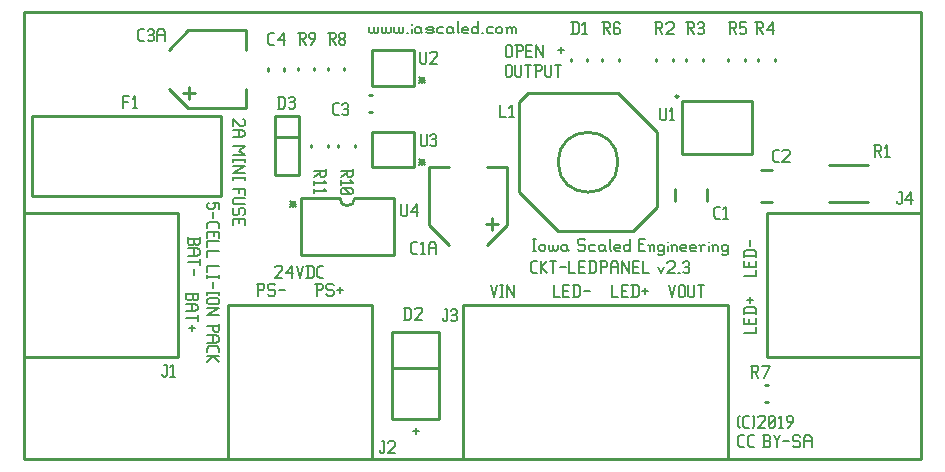
<source format=gbr>
G04 start of page 8 for group -4079 idx -4079 *
G04 Title: (unknown), topsilk *
G04 Creator: pcb 4.0.2 *
G04 CreationDate: Thu May 30 20:40:21 2019 UTC *
G04 For: ndholmes *
G04 Format: Gerber/RS-274X *
G04 PCB-Dimensions (mil): 3000.00 1500.00 *
G04 PCB-Coordinate-Origin: lower left *
%MOIN*%
%FSLAX25Y25*%
%LNTOPSILK*%
%ADD46C,0.0080*%
%ADD45C,0.0100*%
G54D45*X500Y149500D02*Y500D01*
X299500Y149500D02*Y500D01*
X500Y149500D02*X299500D01*
Y500D02*X500D01*
G54D46*X54500Y56000D02*Y54000D01*
X55000Y53500D01*
X56200D01*
X56700Y54000D02*X56200Y53500D01*
X56700Y55500D02*Y54000D01*
X54500Y55500D02*X58500D01*
Y56000D02*Y54000D01*
X58000Y53500D01*
X57200D02*X58000D01*
X56700Y54000D02*X57200Y53500D01*
X54500Y52300D02*X57500D01*
X58500Y51600D01*
Y50500D01*
X57500Y49800D01*
X54500D02*X57500D01*
X56500Y52300D02*Y49800D01*
X58500Y48600D02*Y46600D01*
X54500Y47600D02*X58500D01*
X56500Y45400D02*Y43400D01*
X55500Y44400D02*X57500D01*
X55000Y74500D02*Y72500D01*
X55500Y72000D01*
X56700D01*
X57200Y72500D02*X56700Y72000D01*
X57200Y74000D02*Y72500D01*
X55000Y74000D02*X59000D01*
Y74500D02*Y72500D01*
X58500Y72000D01*
X57700D02*X58500D01*
X57200Y72500D02*X57700Y72000D01*
X55000Y70800D02*X58000D01*
X59000Y70100D01*
Y69000D01*
X58000Y68300D01*
X55000D02*X58000D01*
X57000Y70800D02*Y68300D01*
X59000Y67100D02*Y65100D01*
X55000Y66100D02*X59000D01*
X57000Y63900D02*Y61900D01*
X73500Y114000D02*X74000Y113500D01*
Y112000D01*
X73500Y111500D01*
X72500D02*X73500D01*
X70000Y114000D02*X72500Y111500D01*
X70000Y114000D02*Y111500D01*
Y110300D02*X73000D01*
X74000Y109600D01*
Y108500D01*
X73000Y107800D01*
X70000D02*X73000D01*
X72000Y110300D02*Y107800D01*
X70000Y104800D02*X74000D01*
X72000Y103300D01*
X74000Y101800D01*
X70000D02*X74000D01*
Y100600D02*Y99600D01*
X70000Y100100D02*X74000D01*
X70000Y100600D02*Y99600D01*
Y98400D02*X74000D01*
X70000Y95900D01*
X74000D01*
Y94700D02*Y93700D01*
X70000Y94200D02*X74000D01*
X70000Y94700D02*Y93700D01*
Y90700D02*X74000D01*
Y88700D01*
X72200Y90700D02*Y89200D01*
X70500Y87500D02*X74000D01*
X70500D02*X70000Y87000D01*
Y86000D01*
X70500Y85500D01*
X74000D01*
Y82300D02*X73500Y81800D01*
X74000Y83800D02*Y82300D01*
X73500Y84300D02*X74000Y83800D01*
X72500Y84300D02*X73500D01*
X72500D02*X72000Y83800D01*
Y82300D01*
X71500Y81800D01*
X70500D02*X71500D01*
X70000Y82300D02*X70500Y81800D01*
X70000Y83800D02*Y82300D01*
X70500Y84300D02*X70000Y83800D01*
X72200Y80600D02*Y79100D01*
X70000Y80600D02*Y78600D01*
Y80600D02*X74000D01*
Y78600D01*
X65500Y86000D02*Y84000D01*
X63500Y86000D02*X65500D01*
X63500D02*X64000Y85500D01*
Y84500D01*
X63500Y84000D01*
X62000D02*X63500D01*
X61500Y84500D02*X62000Y84000D01*
X61500Y85500D02*Y84500D01*
X62000Y86000D02*X61500Y85500D01*
X63500Y82800D02*Y80800D01*
X61500Y78900D02*Y77600D01*
X62200Y79600D02*X61500Y78900D01*
X62200Y79600D02*X64800D01*
X65500Y78900D01*
Y77600D01*
X63700Y76400D02*Y74900D01*
X61500Y76400D02*Y74400D01*
Y76400D02*X65500D01*
Y74400D01*
X61500Y73200D02*X65500D01*
X61500D02*Y71200D01*
Y70000D02*X65500D01*
X61500D02*Y68000D01*
Y65000D02*X65500D01*
X61500D02*Y63000D01*
X65500Y61800D02*Y60800D01*
X61500Y61300D02*X65500D01*
X61500Y61800D02*Y60800D01*
X63500Y59600D02*Y57600D01*
X65500Y56400D02*Y55400D01*
X61500Y55900D02*X65500D01*
X61500Y56400D02*Y55400D01*
X62000Y54200D02*X65000D01*
X65500Y53700D01*
Y52700D01*
X65000Y52200D01*
X62000D02*X65000D01*
X61500Y52700D02*X62000Y52200D01*
X61500Y53700D02*Y52700D01*
X62000Y54200D02*X61500Y53700D01*
Y51000D02*X65500D01*
X61500Y48500D01*
X65500D01*
X61500Y45000D02*X65500D01*
Y45500D02*Y43500D01*
X65000Y43000D01*
X64000D02*X65000D01*
X63500Y43500D02*X64000Y43000D01*
X63500Y45000D02*Y43500D01*
X61500Y41800D02*X64500D01*
X65500Y41100D01*
Y40000D01*
X64500Y39300D01*
X61500D02*X64500D01*
X63500Y41800D02*Y39300D01*
X61500Y37400D02*Y36100D01*
X62200Y38100D02*X61500Y37400D01*
X62200Y38100D02*X64800D01*
X65500Y37400D01*
Y36100D01*
X61500Y34900D02*X65500D01*
X63500D02*X65500Y32900D01*
X63500Y34900D02*X61500Y32900D01*
X98000Y59000D02*Y55000D01*
X97500Y59000D02*X99500D01*
X100000Y58500D01*
Y57500D01*
X99500Y57000D02*X100000Y57500D01*
X98000Y57000D02*X99500D01*
X103200Y59000D02*X103700Y58500D01*
X101700Y59000D02*X103200D01*
X101200Y58500D02*X101700Y59000D01*
X101200Y58500D02*Y57500D01*
X101700Y57000D01*
X103200D01*
X103700Y56500D01*
Y55500D01*
X103200Y55000D02*X103700Y55500D01*
X101700Y55000D02*X103200D01*
X101200Y55500D02*X101700Y55000D01*
X104900Y57000D02*X106900D01*
X105900Y58000D02*Y56000D01*
X84000Y64500D02*X84500Y65000D01*
X86000D01*
X86500Y64500D01*
Y63500D01*
X84000Y61000D02*X86500Y63500D01*
X84000Y61000D02*X86500D01*
X87700Y62500D02*X89700Y65000D01*
X87700Y62500D02*X90200D01*
X89700Y65000D02*Y61000D01*
X91400Y65000D02*X92400Y61000D01*
X93400Y65000D01*
X95100D02*Y61000D01*
X96400Y65000D02*X97100Y64300D01*
Y61700D01*
X96400Y61000D02*X97100Y61700D01*
X94600Y61000D02*X96400D01*
X94600Y65000D02*X96400D01*
X99000Y61000D02*X100300D01*
X98300Y61700D02*X99000Y61000D01*
X98300Y64300D02*Y61700D01*
Y64300D02*X99000Y65000D01*
X100300D01*
X78500Y59000D02*Y55000D01*
X78000Y59000D02*X80000D01*
X80500Y58500D01*
Y57500D01*
X80000Y57000D02*X80500Y57500D01*
X78500Y57000D02*X80000D01*
X83700Y59000D02*X84200Y58500D01*
X82200Y59000D02*X83700D01*
X81700Y58500D02*X82200Y59000D01*
X81700Y58500D02*Y57500D01*
X82200Y57000D01*
X83700D01*
X84200Y56500D01*
Y55500D01*
X83700Y55000D02*X84200Y55500D01*
X82200Y55000D02*X83700D01*
X81700Y55500D02*X82200Y55000D01*
X85400Y57000D02*X87400D01*
X89000Y86500D02*X91000Y84500D01*
X89000D02*X91000Y86500D01*
X89000Y85500D02*X91000D01*
X90000Y86500D02*Y84500D01*
X178500Y137000D02*X180500D01*
X179500Y138000D02*Y136000D01*
X132250Y100500D02*X134250Y98500D01*
X132250D02*X134250Y100500D01*
X132250Y99500D02*X134250D01*
X133250Y100500D02*Y98500D01*
X132250Y128000D02*X134250Y126000D01*
X132250D02*X134250Y128000D01*
X132250Y127000D02*X134250D01*
X133250Y128000D02*Y126000D01*
X161000Y138000D02*Y135000D01*
Y138000D02*X161500Y138500D01*
X162500D01*
X163000Y138000D01*
Y135000D01*
X162500Y134500D02*X163000Y135000D01*
X161500Y134500D02*X162500D01*
X161000Y135000D02*X161500Y134500D01*
X164700Y138500D02*Y134500D01*
X164200Y138500D02*X166200D01*
X166700Y138000D01*
Y137000D01*
X166200Y136500D02*X166700Y137000D01*
X164700Y136500D02*X166200D01*
X167900Y136700D02*X169400D01*
X167900Y134500D02*X169900D01*
X167900Y138500D02*Y134500D01*
Y138500D02*X169900D01*
X171100D02*Y134500D01*
Y138500D02*X173600Y134500D01*
Y138500D02*Y134500D01*
X161000Y131500D02*Y128500D01*
Y131500D02*X161500Y132000D01*
X162500D01*
X163000Y131500D01*
Y128500D01*
X162500Y128000D02*X163000Y128500D01*
X161500Y128000D02*X162500D01*
X161000Y128500D02*X161500Y128000D01*
X164200Y132000D02*Y128500D01*
X164700Y128000D01*
X165700D01*
X166200Y128500D01*
Y132000D02*Y128500D01*
X167400Y132000D02*X169400D01*
X168400D02*Y128000D01*
X171100Y132000D02*Y128000D01*
X170600Y132000D02*X172600D01*
X173100Y131500D01*
Y130500D01*
X172600Y130000D02*X173100Y130500D01*
X171100Y130000D02*X172600D01*
X174300Y132000D02*Y128500D01*
X174800Y128000D01*
X175800D01*
X176300Y128500D01*
Y132000D02*Y128500D01*
X177500Y132000D02*X179500D01*
X178500D02*Y128000D01*
X115500Y144500D02*Y143000D01*
X116000Y142500D01*
X116500D01*
X117000Y143000D01*
Y144500D02*Y143000D01*
X117500Y142500D01*
X118000D01*
X118500Y143000D01*
Y144500D02*Y143000D01*
X119700Y144500D02*Y143000D01*
X120200Y142500D01*
X120700D01*
X121200Y143000D01*
Y144500D02*Y143000D01*
X121700Y142500D01*
X122200D01*
X122700Y143000D01*
Y144500D02*Y143000D01*
X123900Y144500D02*Y143000D01*
X124400Y142500D01*
X124900D01*
X125400Y143000D01*
Y144500D02*Y143000D01*
X125900Y142500D01*
X126400D01*
X126900Y143000D01*
Y144500D02*Y143000D01*
X128100Y142500D02*X128600D01*
X129800Y145500D02*Y145400D01*
Y144000D02*Y142500D01*
X132300Y144500D02*X132800Y144000D01*
X131300Y144500D02*X132300D01*
X130800Y144000D02*X131300Y144500D01*
X130800Y144000D02*Y143000D01*
X131300Y142500D01*
X132800Y144500D02*Y143000D01*
X133300Y142500D01*
X131300D02*X132300D01*
X132800Y143000D01*
X135000Y142500D02*X136500D01*
X137000Y143000D01*
X136500Y143500D02*X137000Y143000D01*
X135000Y143500D02*X136500D01*
X134500Y144000D02*X135000Y143500D01*
X134500Y144000D02*X135000Y144500D01*
X136500D01*
X137000Y144000D01*
X134500Y143000D02*X135000Y142500D01*
X138700Y144500D02*X140200D01*
X138200Y144000D02*X138700Y144500D01*
X138200Y144000D02*Y143000D01*
X138700Y142500D01*
X140200D01*
X142900Y144500D02*X143400Y144000D01*
X141900Y144500D02*X142900D01*
X141400Y144000D02*X141900Y144500D01*
X141400Y144000D02*Y143000D01*
X141900Y142500D01*
X143400Y144500D02*Y143000D01*
X143900Y142500D01*
X141900D02*X142900D01*
X143400Y143000D01*
X145100Y146500D02*Y143000D01*
X145600Y142500D01*
X147100D02*X148600D01*
X146600Y143000D02*X147100Y142500D01*
X146600Y144000D02*Y143000D01*
Y144000D02*X147100Y144500D01*
X148100D01*
X148600Y144000D01*
X146600Y143500D02*X148600D01*
Y144000D02*Y143500D01*
X151800Y146500D02*Y142500D01*
X151300D02*X151800Y143000D01*
X150300Y142500D02*X151300D01*
X149800Y143000D02*X150300Y142500D01*
X149800Y144000D02*Y143000D01*
Y144000D02*X150300Y144500D01*
X151300D01*
X151800Y144000D01*
X153000Y142500D02*X153500D01*
X155200Y144500D02*X156700D01*
X154700Y144000D02*X155200Y144500D01*
X154700Y144000D02*Y143000D01*
X155200Y142500D01*
X156700D01*
X157900Y144000D02*Y143000D01*
Y144000D02*X158400Y144500D01*
X159400D01*
X159900Y144000D01*
Y143000D01*
X159400Y142500D02*X159900Y143000D01*
X158400Y142500D02*X159400D01*
X157900Y143000D02*X158400Y142500D01*
X161600Y144000D02*Y142500D01*
Y144000D02*X162100Y144500D01*
X162600D01*
X163100Y144000D01*
Y142500D01*
Y144000D02*X163600Y144500D01*
X164100D01*
X164600Y144000D01*
Y142500D01*
X161100Y144500D02*X161600Y144000D01*
X156000Y58500D02*X157000Y54500D01*
X158000Y58500D01*
X159200D02*X160200D01*
X159700D02*Y54500D01*
X159200D02*X160200D01*
X161400Y58500D02*Y54500D01*
Y58500D02*X163900Y54500D01*
Y58500D02*Y54500D01*
X177000Y58500D02*Y54500D01*
X179000D01*
X180200Y56700D02*X181700D01*
X180200Y54500D02*X182200D01*
X180200Y58500D02*Y54500D01*
Y58500D02*X182200D01*
X183900D02*Y54500D01*
X185200Y58500D02*X185900Y57800D01*
Y55200D01*
X185200Y54500D02*X185900Y55200D01*
X183400Y54500D02*X185200D01*
X183400Y58500D02*X185200D01*
X187100Y56500D02*X189100D01*
X130000Y10000D02*X132000D01*
X131000Y11000D02*Y9000D01*
X240500Y42500D02*X244500D01*
Y44500D02*Y42500D01*
X242300Y47200D02*Y45700D01*
X244500Y47700D02*Y45700D01*
X240500D02*X244500D01*
X240500Y47700D02*Y45700D01*
Y49400D02*X244500D01*
X240500Y50700D02*X241200Y51400D01*
X243800D01*
X244500Y50700D02*X243800Y51400D01*
X244500Y50700D02*Y48900D01*
X240500Y50700D02*Y48900D01*
X242500Y54600D02*Y52600D01*
X241500Y53600D02*X243500D01*
X215500Y58500D02*X216500Y54500D01*
X217500Y58500D01*
X218700Y58000D02*Y55000D01*
Y58000D02*X219200Y58500D01*
X220200D01*
X220700Y58000D01*
Y55000D01*
X220200Y54500D02*X220700Y55000D01*
X219200Y54500D02*X220200D01*
X218700Y55000D02*X219200Y54500D01*
X221900Y58500D02*Y55000D01*
X222400Y54500D01*
X223400D01*
X223900Y55000D01*
Y58500D02*Y55000D01*
X225100Y58500D02*X227100D01*
X226100D02*Y54500D01*
X196500Y58500D02*Y54500D01*
X198500D01*
X199700Y56700D02*X201200D01*
X199700Y54500D02*X201700D01*
X199700Y58500D02*Y54500D01*
Y58500D02*X201700D01*
X203400D02*Y54500D01*
X204700Y58500D02*X205400Y57800D01*
Y55200D01*
X204700Y54500D02*X205400Y55200D01*
X202900Y54500D02*X204700D01*
X202900Y58500D02*X204700D01*
X206600Y56500D02*X208600D01*
X207600Y57500D02*Y55500D01*
X170000Y74000D02*X171000D01*
X170500D02*Y70000D01*
X170000D02*X171000D01*
X172200Y71500D02*Y70500D01*
Y71500D02*X172700Y72000D01*
X173700D01*
X174200Y71500D01*
Y70500D01*
X173700Y70000D02*X174200Y70500D01*
X172700Y70000D02*X173700D01*
X172200Y70500D02*X172700Y70000D01*
X175400Y72000D02*Y70500D01*
X175900Y70000D01*
X176400D01*
X176900Y70500D01*
Y72000D02*Y70500D01*
X177400Y70000D01*
X177900D01*
X178400Y70500D01*
Y72000D02*Y70500D01*
X181100Y72000D02*X181600Y71500D01*
X180100Y72000D02*X181100D01*
X179600Y71500D02*X180100Y72000D01*
X179600Y71500D02*Y70500D01*
X180100Y70000D01*
X181600Y72000D02*Y70500D01*
X182100Y70000D01*
X180100D02*X181100D01*
X181600Y70500D01*
X187100Y74000D02*X187600Y73500D01*
X185600Y74000D02*X187100D01*
X185100Y73500D02*X185600Y74000D01*
X185100Y73500D02*Y72500D01*
X185600Y72000D01*
X187100D01*
X187600Y71500D01*
Y70500D01*
X187100Y70000D02*X187600Y70500D01*
X185600Y70000D02*X187100D01*
X185100Y70500D02*X185600Y70000D01*
X189300Y72000D02*X190800D01*
X188800Y71500D02*X189300Y72000D01*
X188800Y71500D02*Y70500D01*
X189300Y70000D01*
X190800D01*
X193500Y72000D02*X194000Y71500D01*
X192500Y72000D02*X193500D01*
X192000Y71500D02*X192500Y72000D01*
X192000Y71500D02*Y70500D01*
X192500Y70000D01*
X194000Y72000D02*Y70500D01*
X194500Y70000D01*
X192500D02*X193500D01*
X194000Y70500D01*
X195700Y74000D02*Y70500D01*
X196200Y70000D01*
X197700D02*X199200D01*
X197200Y70500D02*X197700Y70000D01*
X197200Y71500D02*Y70500D01*
Y71500D02*X197700Y72000D01*
X198700D01*
X199200Y71500D01*
X197200Y71000D02*X199200D01*
Y71500D02*Y71000D01*
X202400Y74000D02*Y70000D01*
X201900D02*X202400Y70500D01*
X200900Y70000D02*X201900D01*
X200400Y70500D02*X200900Y70000D01*
X200400Y71500D02*Y70500D01*
Y71500D02*X200900Y72000D01*
X201900D01*
X202400Y71500D01*
X205400Y72200D02*X206900D01*
X205400Y70000D02*X207400D01*
X205400Y74000D02*Y70000D01*
Y74000D02*X207400D01*
X209100Y71500D02*Y70000D01*
Y71500D02*X209600Y72000D01*
X210100D01*
X210600Y71500D01*
Y70000D01*
X208600Y72000D02*X209100Y71500D01*
X213300Y72000D02*X213800Y71500D01*
X212300Y72000D02*X213300D01*
X211800Y71500D02*X212300Y72000D01*
X211800Y71500D02*Y70500D01*
X212300Y70000D01*
X213300D01*
X213800Y70500D01*
X211800Y69000D02*X212300Y68500D01*
X213300D01*
X213800Y69000D01*
Y72000D02*Y69000D01*
X215000Y73000D02*Y72900D01*
Y71500D02*Y70000D01*
X216500Y71500D02*Y70000D01*
Y71500D02*X217000Y72000D01*
X217500D01*
X218000Y71500D01*
Y70000D01*
X216000Y72000D02*X216500Y71500D01*
X219700Y70000D02*X221200D01*
X219200Y70500D02*X219700Y70000D01*
X219200Y71500D02*Y70500D01*
Y71500D02*X219700Y72000D01*
X220700D01*
X221200Y71500D01*
X219200Y71000D02*X221200D01*
Y71500D02*Y71000D01*
X222900Y70000D02*X224400D01*
X222400Y70500D02*X222900Y70000D01*
X222400Y71500D02*Y70500D01*
Y71500D02*X222900Y72000D01*
X223900D01*
X224400Y71500D01*
X222400Y71000D02*X224400D01*
Y71500D02*Y71000D01*
X226100Y71500D02*Y70000D01*
Y71500D02*X226600Y72000D01*
X227600D01*
X225600D02*X226100Y71500D01*
X228800Y73000D02*Y72900D01*
Y71500D02*Y70000D01*
X230300Y71500D02*Y70000D01*
Y71500D02*X230800Y72000D01*
X231300D01*
X231800Y71500D01*
Y70000D01*
X229800Y72000D02*X230300Y71500D01*
X234500Y72000D02*X235000Y71500D01*
X233500Y72000D02*X234500D01*
X233000Y71500D02*X233500Y72000D01*
X233000Y71500D02*Y70500D01*
X233500Y70000D01*
X234500D01*
X235000Y70500D01*
X233000Y69000D02*X233500Y68500D01*
X234500D01*
X235000Y69000D01*
Y72000D02*Y69000D01*
X170200Y62500D02*X171500D01*
X169500Y63200D02*X170200Y62500D01*
X169500Y65800D02*Y63200D01*
Y65800D02*X170200Y66500D01*
X171500D01*
X172700D02*Y62500D01*
Y64500D02*X174700Y66500D01*
X172700Y64500D02*X174700Y62500D01*
X175900Y66500D02*X177900D01*
X176900D02*Y62500D01*
X179100Y64500D02*X181100D01*
X182300Y66500D02*Y62500D01*
X184300D01*
X185500Y64700D02*X187000D01*
X185500Y62500D02*X187500D01*
X185500Y66500D02*Y62500D01*
Y66500D02*X187500D01*
X189200D02*Y62500D01*
X190500Y66500D02*X191200Y65800D01*
Y63200D01*
X190500Y62500D02*X191200Y63200D01*
X188700Y62500D02*X190500D01*
X188700Y66500D02*X190500D01*
X192900D02*Y62500D01*
X192400Y66500D02*X194400D01*
X194900Y66000D01*
Y65000D01*
X194400Y64500D02*X194900Y65000D01*
X192900Y64500D02*X194400D01*
X196100Y65500D02*Y62500D01*
Y65500D02*X196800Y66500D01*
X197900D01*
X198600Y65500D01*
Y62500D01*
X196100Y64500D02*X198600D01*
X199800Y66500D02*Y62500D01*
Y66500D02*X202300Y62500D01*
Y66500D02*Y62500D01*
X203500Y64700D02*X205000D01*
X203500Y62500D02*X205500D01*
X203500Y66500D02*Y62500D01*
Y66500D02*X205500D01*
X206700D02*Y62500D01*
X208700D01*
X211700Y64500D02*X212700Y62500D01*
X213700Y64500D02*X212700Y62500D01*
X214900Y66000D02*X215400Y66500D01*
X216900D01*
X217400Y66000D01*
Y65000D01*
X214900Y62500D02*X217400Y65000D01*
X214900Y62500D02*X217400D01*
X218600D02*X219100D01*
X220300Y66000D02*X220800Y66500D01*
X221800D01*
X222300Y66000D01*
X221800Y62500D02*X222300Y63000D01*
X220800Y62500D02*X221800D01*
X220300Y63000D02*X220800Y62500D01*
Y64700D02*X221800D01*
X222300Y66000D02*Y65200D01*
Y64200D02*Y63000D01*
Y64200D02*X221800Y64700D01*
X222300Y65200D02*X221800Y64700D01*
X240500Y61500D02*X244500D01*
Y63500D02*Y61500D01*
X242300Y66200D02*Y64700D01*
X244500Y66700D02*Y64700D01*
X240500D02*X244500D01*
X240500Y66700D02*Y64700D01*
Y68400D02*X244500D01*
X240500Y69700D02*X241200Y70400D01*
X243800D01*
X244500Y69700D02*X243800Y70400D01*
X244500Y69700D02*Y67900D01*
X240500Y69700D02*Y67900D01*
X242500Y73600D02*Y71600D01*
X238500Y11500D02*X239000Y11000D01*
X238500Y14500D02*X239000Y15000D01*
X238500Y14500D02*Y11500D01*
X240900Y11000D02*X242200D01*
X240200Y11700D02*X240900Y11000D01*
X240200Y14300D02*Y11700D01*
Y14300D02*X240900Y15000D01*
X242200D01*
X243400D02*X243900Y14500D01*
Y11500D01*
X243400Y11000D02*X243900Y11500D01*
X245100Y14500D02*X245600Y15000D01*
X247100D01*
X247600Y14500D01*
Y13500D01*
X245100Y11000D02*X247600Y13500D01*
X245100Y11000D02*X247600D01*
X248800Y11500D02*X249300Y11000D01*
X248800Y14500D02*Y11500D01*
Y14500D02*X249300Y15000D01*
X250300D01*
X250800Y14500D01*
Y11500D01*
X250300Y11000D02*X250800Y11500D01*
X249300Y11000D02*X250300D01*
X248800Y12000D02*X250800Y14000D01*
X252000Y14200D02*X252800Y15000D01*
Y11000D01*
X252000D02*X253500D01*
X255200D02*X256700Y13000D01*
Y14500D02*Y13000D01*
X256200Y15000D02*X256700Y14500D01*
X255200Y15000D02*X256200D01*
X254700Y14500D02*X255200Y15000D01*
X254700Y14500D02*Y13500D01*
X255200Y13000D01*
X256700D01*
X239200Y4500D02*X240500D01*
X238500Y5200D02*X239200Y4500D01*
X238500Y7800D02*Y5200D01*
Y7800D02*X239200Y8500D01*
X240500D01*
X242400Y4500D02*X243700D01*
X241700Y5200D02*X242400Y4500D01*
X241700Y7800D02*Y5200D01*
Y7800D02*X242400Y8500D01*
X243700D01*
X246700Y4500D02*X248700D01*
X249200Y5000D01*
Y6200D02*Y5000D01*
X248700Y6700D02*X249200Y6200D01*
X247200Y6700D02*X248700D01*
X247200Y8500D02*Y4500D01*
X246700Y8500D02*X248700D01*
X249200Y8000D01*
Y7200D01*
X248700Y6700D02*X249200Y7200D01*
X250400Y8500D02*X251400Y6500D01*
X252400Y8500D01*
X251400Y6500D02*Y4500D01*
X253600Y6500D02*X255600D01*
X258800Y8500D02*X259300Y8000D01*
X257300Y8500D02*X258800D01*
X256800Y8000D02*X257300Y8500D01*
X256800Y8000D02*Y7000D01*
X257300Y6500D01*
X258800D01*
X259300Y6000D01*
Y5000D01*
X258800Y4500D02*X259300Y5000D01*
X257300Y4500D02*X258800D01*
X256800Y5000D02*X257300Y4500D01*
X260500Y7500D02*Y4500D01*
Y7500D02*X261200Y8500D01*
X262300D01*
X263000Y7500D01*
Y4500D01*
X260500Y6500D02*X263000D01*
G54D45*X240755Y133893D02*Y133107D01*
X235245Y133893D02*Y133107D01*
X245245Y133893D02*Y133107D01*
X250755Y133893D02*Y133107D01*
X246032Y86186D02*X249968D01*
X246032Y96814D02*X249968D01*
X268976Y98600D02*X281976D01*
X268976Y86400D02*X281976D01*
X219689Y119858D02*X243311D01*
Y102142D01*
X219689D01*
Y119858D01*
X217689Y121358D02*G75*G03X217689Y121358I500J0D01*G01*
X247607Y19745D02*X248393D01*
X247607Y25255D02*X248393D01*
X248189Y34484D02*X299370D01*
X248189Y82516D02*Y34484D01*
Y82516D02*X299370D01*
Y34484D01*
X630Y82516D02*X51811D01*
Y34484D01*
X630D02*X51811D01*
X630Y82516D02*Y34484D01*
X3000Y114750D02*X66000D01*
Y88250D01*
X3000D02*X66000D01*
X3000Y114750D02*Y88250D01*
X74649Y124004D02*Y117508D01*
Y143492D02*Y136996D01*
X55161Y143492D02*X74649D01*
X55161Y117508D02*X74649D01*
X55161Y143492D02*X48665Y136996D01*
X55161Y117508D02*X48665Y124004D01*
X55657Y124500D02*Y120500D01*
X53657Y122500D02*X57657D01*
X217591Y90468D02*Y86532D01*
X228219Y90468D02*Y86532D01*
X178500Y76500D02*X203500D01*
X178500D02*X165500Y89500D01*
Y119500D02*Y89500D01*
Y119500D02*X168500Y122500D01*
X198500D01*
X211500Y109500D01*
Y84500D01*
X203500Y76500D01*
X198500Y99500D02*G75*G03X198500Y99500I-10000J0D01*G01*
X198755Y133893D02*Y133107D01*
X193245Y133893D02*Y133107D01*
X226755Y133893D02*Y133107D01*
X221245Y133893D02*Y133107D01*
X211245Y133893D02*Y133107D01*
X216755Y133893D02*Y133107D01*
X116500Y125000D02*X130400D01*
Y136800D02*Y125000D01*
X116500Y136800D02*X130400D01*
X116500D02*Y125000D01*
X182745Y133893D02*Y133107D01*
X188255Y133893D02*Y133107D01*
X146906Y51811D02*Y630D01*
Y51811D02*X235094D01*
Y630D01*
X146906D02*X235094D01*
X123126Y43067D02*Y13933D01*
Y43067D02*X138874D01*
Y13933D01*
X123126D02*X138874D01*
X123126Y30900D02*X138874D01*
X68484Y51811D02*Y630D01*
Y51811D02*X116516D01*
Y630D01*
X68484D02*X116516D01*
X92750Y87500D02*Y68500D01*
X123750D01*
Y87500D02*Y68500D01*
X92750Y87500D02*X105750D01*
X110750D02*X123750D01*
X105750D02*G75*G03X110750Y87500I2500J0D01*G01*
X116500Y97750D02*X130400D01*
Y109550D02*Y97750D01*
X116500Y109550D02*X130400D01*
X116500D02*Y97750D01*
X84000Y114800D02*Y95100D01*
X92000Y114800D02*Y95100D01*
X84000Y114800D02*X92000D01*
X84000Y95100D02*X92000D01*
X84000Y108000D02*X92000D01*
X115607Y121755D02*X116393D01*
X115607Y116245D02*X116393D01*
X105245Y105393D02*Y104607D01*
X110755Y105393D02*Y104607D01*
X101755Y105393D02*Y104607D01*
X96245Y105393D02*Y104607D01*
X154996Y97992D02*X161492D01*
X135508D02*X142004D01*
X135508D02*Y78504D01*
X161492Y97992D02*Y78504D01*
X135508D02*X142004Y72008D01*
X161492Y78504D02*X154996Y72008D01*
X154500Y79000D02*X158500D01*
X156500Y81000D02*Y77000D01*
X91745Y130893D02*Y130107D01*
X97255Y130893D02*Y130107D01*
X87255Y130850D02*Y130064D01*
X81745Y130850D02*Y130064D01*
X107255Y130936D02*Y130150D01*
X101745Y130936D02*Y130150D01*
G54D46*X235393Y146150D02*X237393D01*
X237893Y145650D01*
Y144650D01*
X237393Y144150D02*X237893Y144650D01*
X235893Y144150D02*X237393D01*
X235893Y146150D02*Y142150D01*
X236693Y144150D02*X237893Y142150D01*
X239093Y146150D02*X241093D01*
X239093D02*Y144150D01*
X239593Y144650D01*
X240593D01*
X241093Y144150D01*
Y142650D01*
X240593Y142150D02*X241093Y142650D01*
X239593Y142150D02*X240593D01*
X239093Y142650D02*X239593Y142150D01*
X244307Y146150D02*X246307D01*
X246807Y145650D01*
Y144650D01*
X246307Y144150D02*X246807Y144650D01*
X244807Y144150D02*X246307D01*
X244807Y146150D02*Y142150D01*
X245607Y144150D02*X246807Y142150D01*
X248007Y143650D02*X250007Y146150D01*
X248007Y143650D02*X250507D01*
X250007Y146150D02*Y142150D01*
X250740Y99650D02*X252040D01*
X250040Y100350D02*X250740Y99650D01*
X250040Y102950D02*Y100350D01*
Y102950D02*X250740Y103650D01*
X252040D01*
X253240Y103150D02*X253740Y103650D01*
X255240D01*
X255740Y103150D01*
Y102150D01*
X253240Y99650D02*X255740Y102150D01*
X253240Y99650D02*X255740D01*
X283826Y105150D02*X285826D01*
X286326Y104650D01*
Y103650D01*
X285826Y103150D02*X286326Y103650D01*
X284326Y103150D02*X285826D01*
X284326Y105150D02*Y101150D01*
X285126Y103150D02*X286326Y101150D01*
X287526Y104350D02*X288326Y105150D01*
Y101150D01*
X287526D02*X289026D01*
X212500Y117500D02*Y114000D01*
X213000Y113500D01*
X214000D01*
X214500Y114000D01*
Y117500D02*Y114000D01*
X215700Y116700D02*X216500Y117500D01*
Y113500D01*
X215700D02*X217200D01*
X159000Y118500D02*Y114500D01*
X161000D01*
X162200Y117700D02*X163000Y118500D01*
Y114500D01*
X162200D02*X163700D01*
X231050Y80745D02*X232350D01*
X230350Y81445D02*X231050Y80745D01*
X230350Y84045D02*Y81445D01*
Y84045D02*X231050Y84745D01*
X232350D01*
X233550Y83945D02*X234350Y84745D01*
Y80745D01*
X233550D02*X235050D01*
X292200Y89500D02*X293000D01*
Y86000D01*
X292500Y85500D02*X293000Y86000D01*
X292000Y85500D02*X292500D01*
X291500Y86000D02*X292000Y85500D01*
X291500Y86500D02*Y86000D01*
X294200Y87000D02*X296200Y89500D01*
X294200Y87000D02*X296700D01*
X296200Y89500D02*Y85500D01*
X193307Y146150D02*X195307D01*
X195807Y145650D01*
Y144650D01*
X195307Y144150D02*X195807Y144650D01*
X193807Y144150D02*X195307D01*
X193807Y146150D02*Y142150D01*
X194607Y144150D02*X195807Y142150D01*
X198507Y146150D02*X199007Y145650D01*
X197507Y146150D02*X198507D01*
X197007Y145650D02*X197507Y146150D01*
X197007Y145650D02*Y142650D01*
X197507Y142150D01*
X198507Y144350D02*X199007Y143850D01*
X197007Y144350D02*X198507D01*
X197507Y142150D02*X198507D01*
X199007Y142650D01*
Y143850D02*Y142650D01*
X221307Y146150D02*X223307D01*
X223807Y145650D01*
Y144650D01*
X223307Y144150D02*X223807Y144650D01*
X221807Y144150D02*X223307D01*
X221807Y146150D02*Y142150D01*
X222607Y144150D02*X223807Y142150D01*
X225007Y145650D02*X225507Y146150D01*
X226507D01*
X227007Y145650D01*
X226507Y142150D02*X227007Y142650D01*
X225507Y142150D02*X226507D01*
X225007Y142650D02*X225507Y142150D01*
Y144350D02*X226507D01*
X227007Y145650D02*Y144850D01*
Y143850D02*Y142650D01*
Y143850D02*X226507Y144350D01*
X227007Y144850D02*X226507Y144350D01*
X210807Y146107D02*X212807D01*
X213307Y145607D01*
Y144607D01*
X212807Y144107D02*X213307Y144607D01*
X211307Y144107D02*X212807D01*
X211307Y146107D02*Y142107D01*
X212107Y144107D02*X213307Y142107D01*
X214507Y145607D02*X215007Y146107D01*
X216507D01*
X217007Y145607D01*
Y144607D01*
X214507Y142107D02*X217007Y144607D01*
X214507Y142107D02*X217007D01*
X132600Y136300D02*Y132800D01*
X133100Y132300D01*
X134100D01*
X134600Y132800D01*
Y136300D02*Y132800D01*
X135800Y135800D02*X136300Y136300D01*
X137800D01*
X138300Y135800D01*
Y134800D01*
X135800Y132300D02*X138300Y134800D01*
X135800Y132300D02*X138300D01*
X91902Y142650D02*X93902D01*
X94402Y142150D01*
Y141150D01*
X93902Y140650D02*X94402Y141150D01*
X92402Y140650D02*X93902D01*
X92402Y142650D02*Y138650D01*
X93202Y140650D02*X94402Y138650D01*
X96102D02*X97602Y140650D01*
Y142150D02*Y140650D01*
X97102Y142650D02*X97602Y142150D01*
X96102Y142650D02*X97102D01*
X95602Y142150D02*X96102Y142650D01*
X95602Y142150D02*Y141150D01*
X96102Y140650D01*
X97602D01*
X82550Y138607D02*X83850D01*
X81850Y139307D02*X82550Y138607D01*
X81850Y141907D02*Y139307D01*
Y141907D02*X82550Y142607D01*
X83850D01*
X85050Y140107D02*X87050Y142607D01*
X85050Y140107D02*X87550D01*
X87050Y142607D02*Y138607D01*
X101893Y142607D02*X103893D01*
X104393Y142107D01*
Y141107D01*
X103893Y140607D02*X104393Y141107D01*
X102393Y140607D02*X103893D01*
X102393Y142607D02*Y138607D01*
X103193Y140607D02*X104393Y138607D01*
X105593Y139107D02*X106093Y138607D01*
X105593Y139907D02*Y139107D01*
Y139907D02*X106293Y140607D01*
X106893D01*
X107593Y139907D01*
Y139107D01*
X107093Y138607D02*X107593Y139107D01*
X106093Y138607D02*X107093D01*
X105593Y141307D02*X106293Y140607D01*
X105593Y142107D02*Y141307D01*
Y142107D02*X106093Y142607D01*
X107093D01*
X107593Y142107D01*
Y141307D01*
X106893Y140607D02*X107593Y141307D01*
X183436Y146150D02*Y142150D01*
X184736Y146150D02*X185436Y145450D01*
Y142850D01*
X184736Y142150D02*X185436Y142850D01*
X182936Y142150D02*X184736D01*
X182936Y146150D02*X184736D01*
X186636Y145350D02*X187436Y146150D01*
Y142150D01*
X186636D02*X188136D01*
X33500Y121500D02*Y117500D01*
Y121500D02*X35500D01*
X33500Y119700D02*X35000D01*
X36700Y120700D02*X37500Y121500D01*
Y117500D01*
X36700D02*X38200D01*
X39200Y139843D02*X40500D01*
X38500Y140543D02*X39200Y139843D01*
X38500Y143143D02*Y140543D01*
Y143143D02*X39200Y143843D01*
X40500D01*
X41700Y143343D02*X42200Y143843D01*
X43200D01*
X43700Y143343D01*
X43200Y139843D02*X43700Y140343D01*
X42200Y139843D02*X43200D01*
X41700Y140343D02*X42200Y139843D01*
Y142043D02*X43200D01*
X43700Y143343D02*Y142543D01*
Y141543D02*Y140343D01*
Y141543D02*X43200Y142043D01*
X43700Y142543D02*X43200Y142043D01*
X44900Y142843D02*Y139843D01*
Y142843D02*X45600Y143843D01*
X46700D01*
X47400Y142843D01*
Y139843D01*
X44900Y141843D02*X47400D01*
X242807Y31607D02*X244807D01*
X245307Y31107D01*
Y30107D01*
X244807Y29607D02*X245307Y30107D01*
X243307Y29607D02*X244807D01*
X243307Y31607D02*Y27607D01*
X244107Y29607D02*X245307Y27607D01*
X247007D02*X249007Y31607D01*
X246507D02*X249007D01*
X119700Y6500D02*X120500D01*
Y3000D01*
X120000Y2500D02*X120500Y3000D01*
X119500Y2500D02*X120000D01*
X119000Y3000D02*X119500Y2500D01*
X119000Y3500D02*Y3000D01*
X121700Y6000D02*X122200Y6500D01*
X123700D01*
X124200Y6000D01*
Y5000D01*
X121700Y2500D02*X124200Y5000D01*
X121700Y2500D02*X124200D01*
X47200Y32000D02*X48000D01*
Y28500D01*
X47500Y28000D02*X48000Y28500D01*
X47000Y28000D02*X47500D01*
X46500Y28500D02*X47000Y28000D01*
X46500Y29000D02*Y28500D01*
X49200Y31200D02*X50000Y32000D01*
Y28000D01*
X49200D02*X50700D01*
X140700Y50500D02*X141500D01*
Y47000D01*
X141000Y46500D02*X141500Y47000D01*
X140500Y46500D02*X141000D01*
X140000Y47000D02*X140500Y46500D01*
X140000Y47500D02*Y47000D01*
X142700Y50000D02*X143200Y50500D01*
X144200D01*
X144700Y50000D01*
X144200Y46500D02*X144700Y47000D01*
X143200Y46500D02*X144200D01*
X142700Y47000D02*X143200Y46500D01*
Y48700D02*X144200D01*
X144700Y50000D02*Y49200D01*
Y48200D02*Y47000D01*
Y48200D02*X144200Y48700D01*
X144700Y49200D02*X144200Y48700D01*
X127500Y51000D02*Y47000D01*
X128800Y51000D02*X129500Y50300D01*
Y47700D01*
X128800Y47000D02*X129500Y47700D01*
X127000Y47000D02*X128800D01*
X127000Y51000D02*X128800D01*
X130700Y50500D02*X131200Y51000D01*
X132700D01*
X133200Y50500D01*
Y49500D01*
X130700Y47000D02*X133200Y49500D01*
X130700Y47000D02*X133200D01*
X132750Y108905D02*Y105405D01*
X133250Y104905D01*
X134250D01*
X134750Y105405D01*
Y108905D02*Y105405D01*
X135950Y108405D02*X136450Y108905D01*
X137450D01*
X137950Y108405D01*
X137450Y104905D02*X137950Y105405D01*
X136450Y104905D02*X137450D01*
X135950Y105405D02*X136450Y104905D01*
Y107105D02*X137450D01*
X137950Y108405D02*Y107605D01*
Y106605D02*Y105405D01*
Y106605D02*X137450Y107105D01*
X137950Y107605D02*X137450Y107105D01*
X85600Y121400D02*Y117400D01*
X86900Y121400D02*X87600Y120700D01*
Y118100D01*
X86900Y117400D02*X87600Y118100D01*
X85100Y117400D02*X86900D01*
X85100Y121400D02*X86900D01*
X88800Y120900D02*X89300Y121400D01*
X90300D01*
X90800Y120900D01*
X90300Y117400D02*X90800Y117900D01*
X89300Y117400D02*X90300D01*
X88800Y117900D02*X89300Y117400D01*
Y119600D02*X90300D01*
X90800Y120900D02*Y120100D01*
Y119100D02*Y117900D01*
Y119100D02*X90300Y119600D01*
X90800Y120100D02*X90300Y119600D01*
X104050Y115150D02*X105350D01*
X103350Y115850D02*X104050Y115150D01*
X103350Y118450D02*Y115850D01*
Y118450D02*X104050Y119150D01*
X105350D01*
X106550Y118650D02*X107050Y119150D01*
X108050D01*
X108550Y118650D01*
X108050Y115150D02*X108550Y115650D01*
X107050Y115150D02*X108050D01*
X106550Y115650D02*X107050Y115150D01*
Y117350D02*X108050D01*
X108550Y118650D02*Y117850D01*
Y116850D02*Y115650D01*
Y116850D02*X108050Y117350D01*
X108550Y117850D02*X108050Y117350D01*
X126250Y85500D02*Y82000D01*
X126750Y81500D01*
X127750D01*
X128250Y82000D01*
Y85500D02*Y82000D01*
X129450Y83000D02*X131450Y85500D01*
X129450Y83000D02*X131950D01*
X131450Y85500D02*Y81500D01*
X110055Y97245D02*Y95245D01*
X109555Y94745D01*
X108555D02*X109555D01*
X108055Y95245D02*X108555Y94745D01*
X108055Y96745D02*Y95245D01*
X106055Y96745D02*X110055D01*
X108055Y95945D02*X106055Y94745D01*
X109255Y93545D02*X110055Y92745D01*
X106055D02*X110055D01*
X106055Y93545D02*Y92045D01*
X106555Y90845D02*X106055Y90345D01*
X106555Y90845D02*X109555D01*
X110055Y90345D01*
Y89345D01*
X109555Y88845D01*
X106555D02*X109555D01*
X106055Y89345D02*X106555Y88845D01*
X106055Y90345D02*Y89345D01*
X107055Y90845D02*X109055Y88845D01*
X101150Y97107D02*Y95107D01*
X100650Y94607D01*
X99650D02*X100650D01*
X99150Y95107D02*X99650Y94607D01*
X99150Y96607D02*Y95107D01*
X97150Y96607D02*X101150D01*
X99150Y95807D02*X97150Y94607D01*
X100350Y93407D02*X101150Y92607D01*
X97150D02*X101150D01*
X97150Y93407D02*Y91907D01*
X100350Y90707D02*X101150Y89907D01*
X97150D02*X101150D01*
X97150Y90707D02*Y89207D01*
X130200Y69000D02*X131500D01*
X129500Y69700D02*X130200Y69000D01*
X129500Y72300D02*Y69700D01*
Y72300D02*X130200Y73000D01*
X131500D01*
X132700Y72200D02*X133500Y73000D01*
Y69000D01*
X132700D02*X134200D01*
X135400Y72000D02*Y69000D01*
Y72000D02*X136100Y73000D01*
X137200D01*
X137900Y72000D01*
Y69000D01*
X135400Y71000D02*X137900D01*
M02*

</source>
